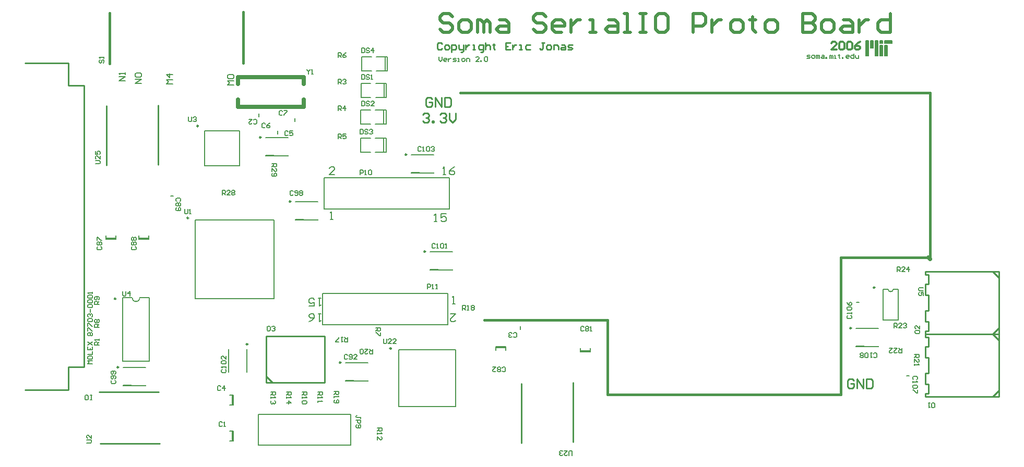
<source format=gto>
%FSLAX24Y24*%
%MOIN*%
G70*
G01*
G75*
G04 Layer_Color=65535*
%ADD10R,0.1732X0.1441*%
%ADD11R,0.0827X0.0354*%
%ADD12R,0.0827X0.0354*%
%ADD13R,0.0394X0.0433*%
%ADD14R,0.0276X0.0354*%
%ADD15R,0.0433X0.0394*%
%ADD16R,0.0807X0.0236*%
%ADD17R,0.0787X0.0866*%
%ADD18R,0.0630X0.0118*%
%ADD19R,0.0118X0.0630*%
%ADD20R,0.0354X0.0276*%
%ADD21R,0.0512X0.0630*%
%ADD22R,0.0866X0.0787*%
%ADD23R,0.0610X0.0197*%
%ADD24R,0.0197X0.0610*%
%ADD25R,0.0551X0.0787*%
%ADD26R,0.0709X0.0630*%
%ADD27R,0.0500X0.1500*%
%ADD28R,0.2900X0.3000*%
%ADD29R,0.0630X0.0709*%
%ADD30R,0.1500X0.0500*%
%ADD31R,0.3000X0.2900*%
%ADD32R,0.1772X0.0591*%
%ADD33R,0.0197X0.0748*%
%ADD34R,0.0748X0.0197*%
%ADD35R,0.0197X0.0610*%
%ADD36R,0.0600X0.0800*%
%ADD37R,0.0669X0.0177*%
%ADD38R,0.0669X0.0177*%
%ADD39C,0.0100*%
%ADD40C,0.0120*%
%ADD41C,0.0200*%
%ADD42C,0.0160*%
%ADD43C,0.0150*%
%ADD44C,0.0250*%
%ADD45C,0.0080*%
%ADD46C,0.0600*%
%ADD47C,0.1732*%
%ADD48C,0.1732*%
%ADD49C,0.0591*%
%ADD50R,0.0591X0.0591*%
%ADD51C,0.0250*%
%ADD52C,0.0400*%
%ADD53C,0.0350*%
%ADD54C,0.0090*%
%ADD55C,0.0098*%
%ADD56C,0.0079*%
%ADD57C,0.0070*%
%ADD58C,0.0050*%
D39*
X17722Y34550D02*
X20472D01*
Y36000D01*
X21472D01*
Y45000D01*
Y54000D01*
X20472D02*
X21472D01*
X20472D02*
Y55450D01*
X17722D02*
X20472D01*
X76200Y34100D02*
X79600D01*
X76200Y38100D02*
X79600D01*
X75200Y34100D02*
Y34300D01*
X75400D01*
Y34900D01*
X75200D02*
X75400D01*
X75200D02*
Y35600D01*
X75400D01*
Y36600D01*
X75200D02*
X75400D01*
X75200D02*
Y37300D01*
X75400D01*
Y37900D01*
X75200D02*
X75400D01*
X75200D02*
Y38100D01*
X76200D01*
X75200Y34100D02*
X76300D01*
X79200D02*
X79900D01*
Y38100D01*
X79600D02*
X79900D01*
X79500Y34100D02*
X79900Y34500D01*
X79500Y38100D02*
X79900Y37700D01*
X76200Y38100D02*
X79600D01*
X76200Y42100D02*
X79600D01*
X75200Y38100D02*
Y38300D01*
X75400D01*
Y38900D01*
X75200D02*
X75400D01*
X75200D02*
Y39600D01*
X75400D01*
Y40600D01*
X75200D02*
X75400D01*
X75200D02*
Y41300D01*
X75400D01*
Y41900D01*
X75200D02*
X75400D01*
X75200D02*
Y42100D01*
X76200D01*
X75200Y38100D02*
X76300D01*
X79200D02*
X79900D01*
Y42100D01*
X79600D02*
X79900D01*
X79500Y38100D02*
X79900Y38500D01*
X79500Y42100D02*
X79900Y41700D01*
X33113Y35009D02*
Y37962D01*
Y35009D02*
X36853D01*
Y37962D01*
X33113D02*
X36853D01*
X33113Y35403D02*
X33506Y35009D01*
X26200Y48950D02*
Y52750D01*
X22900Y48900D02*
Y52700D01*
X49400Y31150D02*
Y34950D01*
X52700Y31200D02*
Y35000D01*
X22450Y34400D02*
X26250D01*
X22500Y31100D02*
X26300D01*
X44350Y56675D02*
X44275Y56750D01*
X44125D01*
X44050Y56675D01*
Y56375D01*
X44125Y56300D01*
X44275D01*
X44350Y56375D01*
X44575Y56300D02*
X44725D01*
X44800Y56375D01*
Y56525D01*
X44725Y56600D01*
X44575D01*
X44500Y56525D01*
Y56375D01*
X44575Y56300D01*
X44950Y56150D02*
Y56600D01*
X45175D01*
X45250Y56525D01*
Y56375D01*
X45175Y56300D01*
X44950D01*
X45400Y56600D02*
Y56375D01*
X45475Y56300D01*
X45699D01*
Y56225D01*
X45624Y56150D01*
X45550D01*
X45699Y56300D02*
Y56600D01*
X45849D02*
Y56300D01*
Y56450D01*
X45924Y56525D01*
X45999Y56600D01*
X46074D01*
X46299Y56300D02*
X46449D01*
X46374D01*
Y56600D01*
X46299D01*
X46824Y56150D02*
X46899D01*
X46974Y56225D01*
Y56600D01*
X46749D01*
X46674Y56525D01*
Y56375D01*
X46749Y56300D01*
X46974D01*
X47124Y56750D02*
Y56300D01*
Y56525D01*
X47199Y56600D01*
X47349D01*
X47424Y56525D01*
Y56300D01*
X47649Y56675D02*
Y56600D01*
X47574D01*
X47724D01*
X47649D01*
Y56375D01*
X47724Y56300D01*
X48699Y56750D02*
X48399D01*
Y56300D01*
X48699D01*
X48399Y56525D02*
X48549D01*
X48848Y56600D02*
Y56300D01*
Y56450D01*
X48923Y56525D01*
X48998Y56600D01*
X49073D01*
X49298Y56300D02*
X49448D01*
X49373D01*
Y56600D01*
X49298D01*
X49973D02*
X49748D01*
X49673Y56525D01*
Y56375D01*
X49748Y56300D01*
X49973D01*
X50873Y56750D02*
X50723D01*
X50798D01*
Y56375D01*
X50723Y56300D01*
X50648D01*
X50573Y56375D01*
X51098Y56300D02*
X51248D01*
X51323Y56375D01*
Y56525D01*
X51248Y56600D01*
X51098D01*
X51023Y56525D01*
Y56375D01*
X51098Y56300D01*
X51473D02*
Y56600D01*
X51698D01*
X51773Y56525D01*
Y56300D01*
X51997Y56600D02*
X52147D01*
X52222Y56525D01*
Y56300D01*
X51997D01*
X51922Y56375D01*
X51997Y56450D01*
X52222D01*
X52372Y56300D02*
X52597D01*
X52672Y56375D01*
X52597Y56450D01*
X52447D01*
X52372Y56525D01*
X52447Y56600D01*
X52672D01*
X43700Y53150D02*
X43600Y53250D01*
X43400D01*
X43300Y53150D01*
Y52750D01*
X43400Y52650D01*
X43600D01*
X43700Y52750D01*
Y52950D01*
X43500D01*
X43900Y52650D02*
Y53250D01*
X44300Y52650D01*
Y53250D01*
X44500D02*
Y52650D01*
X44800D01*
X44899Y52750D01*
Y53150D01*
X44800Y53250D01*
X44500D01*
X43100Y52150D02*
X43200Y52250D01*
X43400D01*
X43500Y52150D01*
Y52050D01*
X43400Y51950D01*
X43300D01*
X43400D01*
X43500Y51850D01*
Y51750D01*
X43400Y51650D01*
X43200D01*
X43100Y51750D01*
X43700Y51650D02*
Y51750D01*
X43800D01*
Y51650D01*
X43700D01*
X44200Y52150D02*
X44300Y52250D01*
X44500D01*
X44600Y52150D01*
Y52050D01*
X44500Y51950D01*
X44400D01*
X44500D01*
X44600Y51850D01*
Y51750D01*
X44500Y51650D01*
X44300D01*
X44200Y51750D01*
X44799Y52250D02*
Y51850D01*
X44999Y51650D01*
X45199Y51850D01*
Y52250D01*
X70650Y35150D02*
X70550Y35250D01*
X70350D01*
X70250Y35150D01*
Y34750D01*
X70350Y34650D01*
X70550D01*
X70650Y34750D01*
Y34950D01*
X70450D01*
X70850Y34650D02*
Y35250D01*
X71250Y34650D01*
Y35250D01*
X71450D02*
Y34650D01*
X71750D01*
X71849Y34750D01*
Y35150D01*
X71750Y35250D01*
X71450D01*
D40*
X69533Y56300D02*
X69200D01*
X69533Y56633D01*
Y56717D01*
X69450Y56800D01*
X69283D01*
X69200Y56717D01*
X69700D02*
X69783Y56800D01*
X69950D01*
X70033Y56717D01*
Y56383D01*
X69950Y56300D01*
X69783D01*
X69700Y56383D01*
Y56717D01*
X70200D02*
X70283Y56800D01*
X70450D01*
X70533Y56717D01*
Y56383D01*
X70450Y56300D01*
X70283D01*
X70200Y56383D01*
Y56717D01*
X71033Y56800D02*
X70866Y56717D01*
X70700Y56550D01*
Y56383D01*
X70783Y56300D01*
X70949D01*
X71033Y56383D01*
Y56467D01*
X70949Y56550D01*
X70700D01*
D41*
X45000Y58400D02*
X44800Y58600D01*
X44400D01*
X44200Y58400D01*
Y58200D01*
X44400Y58000D01*
X44800D01*
X45000Y57800D01*
Y57600D01*
X44800Y57400D01*
X44400D01*
X44200Y57600D01*
X45600Y57400D02*
X45999D01*
X46199Y57600D01*
Y58000D01*
X45999Y58200D01*
X45600D01*
X45400Y58000D01*
Y57600D01*
X45600Y57400D01*
X46599D02*
Y58200D01*
X46799D01*
X46999Y58000D01*
Y57400D01*
Y58000D01*
X47199Y58200D01*
X47399Y58000D01*
Y57400D01*
X47999Y58200D02*
X48399D01*
X48599Y58000D01*
Y57400D01*
X47999D01*
X47799Y57600D01*
X47999Y57800D01*
X48599D01*
X50998Y58400D02*
X50798Y58600D01*
X50398D01*
X50198Y58400D01*
Y58200D01*
X50398Y58000D01*
X50798D01*
X50998Y57800D01*
Y57600D01*
X50798Y57400D01*
X50398D01*
X50198Y57600D01*
X51997Y57400D02*
X51598D01*
X51398Y57600D01*
Y58000D01*
X51598Y58200D01*
X51997D01*
X52197Y58000D01*
Y57800D01*
X51398D01*
X52597Y58200D02*
Y57400D01*
Y57800D01*
X52797Y58000D01*
X52997Y58200D01*
X53197D01*
X53797Y57400D02*
X54197D01*
X53997D01*
Y58200D01*
X53797D01*
X54997D02*
X55396D01*
X55596Y58000D01*
Y57400D01*
X54997D01*
X54797Y57600D01*
X54997Y57800D01*
X55596D01*
X55996Y57400D02*
X56396D01*
X56196D01*
Y58600D01*
X55996D01*
X56996D02*
X57396D01*
X57196D01*
Y57400D01*
X56996D01*
X57396D01*
X58595Y58600D02*
X58195D01*
X57996Y58400D01*
Y57600D01*
X58195Y57400D01*
X58595D01*
X58795Y57600D01*
Y58400D01*
X58595Y58600D01*
X60395Y57400D02*
Y58600D01*
X60995D01*
X61195Y58400D01*
Y58000D01*
X60995Y57800D01*
X60395D01*
X61594Y58200D02*
Y57400D01*
Y57800D01*
X61794Y58000D01*
X61994Y58200D01*
X62194D01*
X62994Y57400D02*
X63394D01*
X63594Y57600D01*
Y58000D01*
X63394Y58200D01*
X62994D01*
X62794Y58000D01*
Y57600D01*
X62994Y57400D01*
X64194Y58400D02*
Y58200D01*
X63994D01*
X64393D01*
X64194D01*
Y57600D01*
X64393Y57400D01*
X65193D02*
X65593D01*
X65793Y57600D01*
Y58000D01*
X65593Y58200D01*
X65193D01*
X64993Y58000D01*
Y57600D01*
X65193Y57400D01*
X67393Y58600D02*
Y57400D01*
X67992D01*
X68192Y57600D01*
Y57800D01*
X67992Y58000D01*
X67393D01*
X67992D01*
X68192Y58200D01*
Y58400D01*
X67992Y58600D01*
X67393D01*
X68792Y57400D02*
X69192D01*
X69392Y57600D01*
Y58000D01*
X69192Y58200D01*
X68792D01*
X68592Y58000D01*
Y57600D01*
X68792Y57400D01*
X69992Y58200D02*
X70392D01*
X70591Y58000D01*
Y57400D01*
X69992D01*
X69792Y57600D01*
X69992Y57800D01*
X70591D01*
X70991Y58200D02*
Y57400D01*
Y57800D01*
X71191Y58000D01*
X71391Y58200D01*
X71591D01*
X72991Y58600D02*
Y57400D01*
X72391D01*
X72191Y57600D01*
Y58000D01*
X72391Y58200D01*
X72991D01*
D43*
X75500Y42900D02*
Y53550D01*
X69800Y43000D02*
X75400D01*
X69800Y34250D02*
Y43000D01*
X54900Y34250D02*
X69800D01*
X54900D02*
Y39000D01*
X47050D02*
X54900D01*
X45500Y53550D02*
X75500D01*
X31650Y55450D02*
Y58700D01*
X23100Y55400D02*
Y58650D01*
D44*
X31300Y52650D02*
Y53100D01*
Y52650D02*
X35500D01*
Y53100D01*
X31300Y54100D02*
Y54550D01*
X33350D01*
X35500Y54100D02*
Y54550D01*
X33350D02*
X35500D01*
X75400Y43000D02*
X75500Y42900D01*
D45*
X36600Y39400D02*
X36433D01*
X36517D01*
Y38900D01*
X36600Y38983D01*
X35850Y38900D02*
X36017Y38983D01*
X36183Y39150D01*
Y39317D01*
X36100Y39400D01*
X35934D01*
X35850Y39317D01*
Y39233D01*
X35934Y39150D01*
X36183D01*
X36600Y40400D02*
X36433D01*
X36517D01*
Y39900D01*
X36600Y39983D01*
X35850Y39900D02*
X36183D01*
Y40150D01*
X36017Y40067D01*
X35934D01*
X35850Y40150D01*
Y40317D01*
X35934Y40400D01*
X36100D01*
X36183Y40317D01*
X45000Y40050D02*
X45167D01*
X45083D01*
Y40550D01*
X45000Y40467D01*
X44867Y39400D02*
X45200D01*
X44867Y39067D01*
Y38983D01*
X44950Y38900D01*
X45117D01*
X45200Y38983D01*
X44400Y48300D02*
X44567D01*
X44483D01*
Y48800D01*
X44400Y48717D01*
X45150Y48800D02*
X44983Y48717D01*
X44817Y48550D01*
Y48383D01*
X44900Y48300D01*
X45066D01*
X45150Y48383D01*
Y48467D01*
X45066Y48550D01*
X44817D01*
X43850Y45300D02*
X44017D01*
X43933D01*
Y45800D01*
X43850Y45717D01*
X44600Y45800D02*
X44267D01*
Y45550D01*
X44433Y45633D01*
X44516D01*
X44600Y45550D01*
Y45383D01*
X44516Y45300D01*
X44350D01*
X44267Y45383D01*
X37200Y45450D02*
X37367D01*
X37283D01*
Y45950D01*
X37200Y45867D01*
X37483Y48300D02*
X37150D01*
X37483Y48633D01*
Y48717D01*
X37400Y48800D01*
X37233D01*
X37150Y48717D01*
X25150Y54150D02*
X24750D01*
X25150Y54417D01*
X24750D01*
X24817Y54550D02*
X24750Y54617D01*
Y54750D01*
X24817Y54816D01*
X25083D01*
X25150Y54750D01*
Y54617D01*
X25083Y54550D01*
X24817D01*
X24100Y54300D02*
X23700D01*
X24100Y54567D01*
X23700D01*
X24100Y54700D02*
Y54833D01*
Y54767D01*
X23700D01*
X23767Y54700D01*
X31050Y54050D02*
X30650D01*
X30783Y54183D01*
X30650Y54317D01*
X31050D01*
X30717Y54450D02*
X30650Y54517D01*
Y54650D01*
X30717Y54716D01*
X30983D01*
X31050Y54650D01*
Y54517D01*
X30983Y54450D01*
X30717D01*
X27150Y54100D02*
X26750D01*
X26883Y54233D01*
X26750Y54367D01*
X27150D01*
Y54700D02*
X26750D01*
X26950Y54500D01*
Y54766D01*
X67650Y55750D02*
X67800D01*
X67850Y55800D01*
X67800Y55850D01*
X67700D01*
X67650Y55900D01*
X67700Y55950D01*
X67850D01*
X68000Y55750D02*
X68100D01*
X68150Y55800D01*
Y55900D01*
X68100Y55950D01*
X68000D01*
X67950Y55900D01*
Y55800D01*
X68000Y55750D01*
X68250D02*
Y55950D01*
X68300D01*
X68350Y55900D01*
Y55750D01*
Y55900D01*
X68400Y55950D01*
X68450Y55900D01*
Y55750D01*
X68600Y55950D02*
X68700D01*
X68750Y55900D01*
Y55750D01*
X68600D01*
X68550Y55800D01*
X68600Y55850D01*
X68750D01*
X68850Y55750D02*
Y55800D01*
X68900D01*
Y55750D01*
X68850D01*
X69100D02*
Y55950D01*
X69150D01*
X69200Y55900D01*
Y55750D01*
Y55900D01*
X69249Y55950D01*
X69299Y55900D01*
Y55750D01*
X69399D02*
X69499D01*
X69449D01*
Y55950D01*
X69399D01*
X69699Y56000D02*
Y55950D01*
X69649D01*
X69749D01*
X69699D01*
Y55800D01*
X69749Y55750D01*
X69899D02*
Y55800D01*
X69949D01*
Y55750D01*
X69899D01*
X70299D02*
X70199D01*
X70149Y55800D01*
Y55900D01*
X70199Y55950D01*
X70299D01*
X70349Y55900D01*
Y55850D01*
X70149D01*
X70649Y56050D02*
Y55750D01*
X70499D01*
X70449Y55800D01*
Y55900D01*
X70499Y55950D01*
X70649D01*
X70749D02*
Y55800D01*
X70799Y55750D01*
X70949D01*
Y55950D01*
D55*
X71996Y41085D02*
G03*
X71996Y41085I-49J0D01*
G01*
X70486Y38491D02*
G03*
X70486Y38491I-49J0D01*
G01*
X28157Y45538D02*
G03*
X28157Y45538I-49J0D01*
G01*
X37886Y36291D02*
G03*
X37886Y36291I-49J0D01*
G01*
X42086Y49591D02*
G03*
X42086Y49591I-49J0D01*
G01*
X34686Y46591D02*
G03*
X34686Y46591I-49J0D01*
G01*
X31940Y37463D02*
G03*
X31940Y37463I-49J0D01*
G01*
X28774Y51417D02*
G03*
X28774Y51417I-49J0D01*
G01*
X32786Y50691D02*
G03*
X32786Y50691I-49J0D01*
G01*
X41107Y37190D02*
G03*
X41107Y37190I-49J0D01*
G01*
X23686Y35991D02*
G03*
X23686Y35991I-49J0D01*
G01*
X43286Y43391D02*
G03*
X43286Y43391I-49J0D01*
G01*
X23511Y40368D02*
G03*
X23511Y40368I-49J0D01*
G01*
D56*
X72836Y40984D02*
G03*
X73164Y40984I164J0D01*
G01*
X24550Y40437D02*
G03*
X25050Y40437I250J0D01*
G01*
X74002Y35451D02*
X74198D01*
X72508Y40984D02*
X72836D01*
X73164D02*
X73492D01*
X72508Y39016D02*
X73492D01*
X72508D02*
Y40984D01*
X73492Y39016D02*
Y40984D01*
X70802Y40151D02*
X70998D01*
X70772Y38471D02*
X71303D01*
X72228D02*
Y38491D01*
X70772Y37329D02*
X71303D01*
X72228Y37309D02*
Y37329D01*
X70772Y38491D02*
X72228D01*
X70772Y37309D02*
X72228D01*
X28580Y40380D02*
X33620D01*
X28580Y45420D02*
X33620D01*
X28580Y40380D02*
Y45420D01*
X33620Y40380D02*
Y45420D01*
X40653Y53247D02*
Y54153D01*
X39165D02*
X39794D01*
X39165Y53247D02*
X39794D01*
X39165D02*
Y54153D01*
X40791Y53247D02*
Y54153D01*
X40109D02*
X40791D01*
X40109Y53247D02*
X40791D01*
X40627Y51547D02*
Y52453D01*
X39139D02*
X39769D01*
X39139Y51547D02*
X39769D01*
X39139D02*
Y52453D01*
X40765Y51547D02*
Y52453D01*
X40083D02*
X40765D01*
X40083Y51547D02*
X40765D01*
X40627Y49747D02*
Y50653D01*
X39139D02*
X39769D01*
X39139Y49747D02*
X39769D01*
X39139D02*
Y50653D01*
X40765Y49747D02*
Y50653D01*
X40083D02*
X40765D01*
X40083Y49747D02*
X40765D01*
X40701Y54947D02*
Y55853D01*
X39213D02*
X39843D01*
X39213Y54947D02*
X39843D01*
X39213D02*
Y55853D01*
X40839Y54947D02*
Y55853D01*
X40157D02*
X40839D01*
X40157Y54947D02*
X40839D01*
X38172Y36271D02*
X38703D01*
X39628D02*
Y36291D01*
X38172Y35129D02*
X38703D01*
X39628Y35109D02*
Y35129D01*
X38172Y36291D02*
X39628D01*
X38172Y35109D02*
X39628D01*
X42372Y49571D02*
X42903D01*
X43828D02*
Y49591D01*
X42372Y48429D02*
X42903D01*
X43828Y48409D02*
Y48429D01*
X42372Y49591D02*
X43828D01*
X42372Y48409D02*
X43828D01*
X34972Y46571D02*
X35503D01*
X36428D02*
Y46591D01*
X34972Y45429D02*
X35503D01*
X36428Y45409D02*
Y45429D01*
X34972Y46591D02*
X36428D01*
X34972Y45409D02*
X36428D01*
X31871Y36597D02*
Y37128D01*
Y35672D02*
X31891D01*
X30729Y36597D02*
Y37128D01*
X30709Y35672D02*
X30729D01*
X31891D02*
Y37128D01*
X30709Y35672D02*
Y37128D01*
X29178Y48878D02*
X31422D01*
X29178Y51122D02*
X31422D01*
X29178Y48878D02*
Y51122D01*
X31422Y48878D02*
Y51122D01*
X27002Y46951D02*
X27198D01*
X33851Y50902D02*
Y51098D01*
X33072Y50671D02*
X33603D01*
X34528D02*
Y50691D01*
X33072Y49529D02*
X33603D01*
X34528Y49509D02*
Y49529D01*
X33072Y50691D02*
X34528D01*
X33072Y49509D02*
X34528D01*
X22885Y44182D02*
Y44418D01*
X23515Y44182D02*
Y44418D01*
X22885Y44182D02*
X23515D01*
X22885Y44257D02*
X23515D01*
X24985Y44182D02*
Y44418D01*
X25615Y44182D02*
Y44418D01*
X24985Y44182D02*
X25615D01*
X24985Y44257D02*
X25615D01*
X49351Y38402D02*
Y38598D01*
X53185Y36982D02*
Y37218D01*
X53815Y36982D02*
Y37218D01*
X53185Y36982D02*
X53815D01*
X53185Y37057D02*
X53815D01*
X48415Y37082D02*
Y37318D01*
X47785Y37082D02*
Y37318D01*
X48415D01*
X47785Y37243D02*
X48415D01*
X30782Y31285D02*
X31018D01*
X30782Y31915D02*
X31018D01*
Y31285D02*
Y31915D01*
X30943Y31285D02*
Y31915D01*
X30782Y33585D02*
X31018D01*
X30782Y34215D02*
X31018D01*
Y33585D02*
Y34215D01*
X30943Y33585D02*
Y34215D01*
X36700Y38700D02*
X44700D01*
X36700Y40700D02*
X44700D01*
Y38700D02*
Y40700D01*
X36700Y38700D02*
Y40700D01*
X36800Y48100D02*
X44800D01*
X36800Y46100D02*
X44800D01*
X36800D02*
Y48100D01*
X44800Y46100D02*
Y48100D01*
X32609Y31009D02*
Y32978D01*
Y31009D02*
X38515D01*
X32609Y32978D02*
X38515D01*
Y31009D02*
Y32978D01*
X32651Y52002D02*
Y52198D01*
X34951Y51702D02*
Y51898D01*
X45211Y33489D02*
Y37111D01*
X41589Y33489D02*
Y37111D01*
X45211D01*
X41589Y33489D02*
X45211D01*
X23972Y35971D02*
X24503D01*
X25428D02*
Y35991D01*
X23972Y34829D02*
X24503D01*
X25428Y34809D02*
Y34829D01*
X23972Y35991D02*
X25428D01*
X23972Y34809D02*
X25428D01*
X43572Y43371D02*
X44103D01*
X45028D02*
Y43391D01*
X43572Y42229D02*
X44103D01*
X45028Y42209D02*
Y42229D01*
X43572Y43391D02*
X45028D01*
X43572Y42209D02*
X45028D01*
X23954Y40437D02*
X24550D01*
X25050D02*
X25646D01*
X23954Y36363D02*
X25646D01*
X23954D02*
Y40437D01*
X25646Y36363D02*
Y40437D01*
D57*
X21987Y33895D02*
X21887D01*
X21937D01*
Y34195D01*
X21987D01*
X21887D01*
X21588Y33895D02*
X21688D01*
X21737Y33945D01*
Y34145D01*
X21688Y34195D01*
X21588D01*
X21538Y34145D01*
Y33945D01*
X21588Y33895D01*
X30300Y32450D02*
X30250Y32500D01*
X30150D01*
X30100Y32450D01*
Y32250D01*
X30150Y32200D01*
X30250D01*
X30300Y32250D01*
X30400Y32200D02*
X30500D01*
X30450D01*
Y32500D01*
X30400Y32450D01*
X48900Y37950D02*
X48950Y37900D01*
X49050D01*
X49100Y37950D01*
Y38150D01*
X49050Y38200D01*
X48950D01*
X48900Y38150D01*
X48800Y37950D02*
X48750Y37900D01*
X48650D01*
X48600Y37950D01*
Y38000D01*
X48650Y38050D01*
X48700D01*
X48650D01*
X48600Y38100D01*
Y38150D01*
X48650Y38200D01*
X48750D01*
X48800Y38150D01*
X30200Y34750D02*
X30150Y34800D01*
X30050D01*
X30000Y34750D01*
Y34550D01*
X30050Y34500D01*
X30150D01*
X30200Y34550D01*
X30450Y34500D02*
Y34800D01*
X30300Y34650D01*
X30500D01*
X34500Y51050D02*
X34450Y51100D01*
X34350D01*
X34300Y51050D01*
Y50850D01*
X34350Y50800D01*
X34450D01*
X34500Y50850D01*
X34800Y51100D02*
X34600D01*
Y50950D01*
X34700Y51000D01*
X34750D01*
X34800Y50950D01*
Y50850D01*
X34750Y50800D01*
X34650D01*
X34600Y50850D01*
X33050Y51550D02*
X33000Y51600D01*
X32900D01*
X32850Y51550D01*
Y51350D01*
X32900Y51300D01*
X33000D01*
X33050Y51350D01*
X33350Y51600D02*
X33250Y51550D01*
X33150Y51450D01*
Y51350D01*
X33200Y51300D01*
X33300D01*
X33350Y51350D01*
Y51400D01*
X33300Y51450D01*
X33150D01*
X53405Y38555D02*
X53355Y38605D01*
X53255D01*
X53205Y38555D01*
Y38355D01*
X53255Y38305D01*
X53355D01*
X53405Y38355D01*
X53505Y38555D02*
X53555Y38605D01*
X53655D01*
X53705Y38555D01*
Y38505D01*
X53655Y38455D01*
X53705Y38405D01*
Y38355D01*
X53655Y38305D01*
X53555D01*
X53505Y38355D01*
Y38405D01*
X53555Y38455D01*
X53505Y38505D01*
Y38555D01*
X53555Y38455D02*
X53655D01*
X53805Y38305D02*
X53905D01*
X53855D01*
Y38605D01*
X53805Y38555D01*
X48195Y35745D02*
X48245Y35695D01*
X48345D01*
X48395Y35745D01*
Y35945D01*
X48345Y35995D01*
X48245D01*
X48195Y35945D01*
X48095Y35745D02*
X48045Y35695D01*
X47945D01*
X47895Y35745D01*
Y35795D01*
X47945Y35845D01*
X47895Y35895D01*
Y35945D01*
X47945Y35995D01*
X48045D01*
X48095Y35945D01*
Y35895D01*
X48045Y35845D01*
X48095Y35795D01*
Y35745D01*
X48045Y35845D02*
X47945D01*
X47595Y35995D02*
X47795D01*
X47595Y35795D01*
Y35745D01*
X47645Y35695D01*
X47745D01*
X47795Y35745D01*
X22350Y43700D02*
X22300Y43650D01*
Y43550D01*
X22350Y43500D01*
X22550D01*
X22600Y43550D01*
Y43650D01*
X22550Y43700D01*
X22350Y43800D02*
X22300Y43850D01*
Y43950D01*
X22350Y44000D01*
X22400D01*
X22450Y43950D01*
X22500Y44000D01*
X22550D01*
X22600Y43950D01*
Y43850D01*
X22550Y43800D01*
X22500D01*
X22450Y43850D01*
X22400Y43800D01*
X22350D01*
X22450Y43850D02*
Y43950D01*
X22300Y44100D02*
Y44300D01*
X22350D01*
X22550Y44100D01*
X22600D01*
X24550Y43700D02*
X24500Y43650D01*
Y43550D01*
X24550Y43500D01*
X24750D01*
X24800Y43550D01*
Y43650D01*
X24750Y43700D01*
X24550Y43800D02*
X24500Y43850D01*
Y43950D01*
X24550Y44000D01*
X24600D01*
X24650Y43950D01*
X24700Y44000D01*
X24750D01*
X24800Y43950D01*
Y43850D01*
X24750Y43800D01*
X24700D01*
X24650Y43850D01*
X24600Y43800D01*
X24550D01*
X24650Y43850D02*
Y43950D01*
X24550Y44100D02*
X24500Y44150D01*
Y44250D01*
X24550Y44300D01*
X24600D01*
X24650Y44250D01*
X24700Y44300D01*
X24750D01*
X24800Y44250D01*
Y44150D01*
X24750Y44100D01*
X24700D01*
X24650Y44150D01*
X24600Y44100D01*
X24550D01*
X24650Y44150D02*
Y44250D01*
X27600Y46600D02*
X27650Y46650D01*
Y46750D01*
X27600Y46800D01*
X27400D01*
X27350Y46750D01*
Y46650D01*
X27400Y46600D01*
X27600Y46500D02*
X27650Y46450D01*
Y46350D01*
X27600Y46300D01*
X27550D01*
X27500Y46350D01*
X27450Y46300D01*
X27400D01*
X27350Y46350D01*
Y46450D01*
X27400Y46500D01*
X27450D01*
X27500Y46450D01*
X27550Y46500D01*
X27600D01*
X27500Y46450D02*
Y46350D01*
X27400Y46200D02*
X27350Y46150D01*
Y46050D01*
X27400Y46000D01*
X27600D01*
X27650Y46050D01*
Y46150D01*
X27600Y46200D01*
X27550D01*
X27500Y46150D01*
Y46000D01*
X38300Y36750D02*
X38250Y36800D01*
X38150D01*
X38100Y36750D01*
Y36550D01*
X38150Y36500D01*
X38250D01*
X38300Y36550D01*
X38400D02*
X38450Y36500D01*
X38550D01*
X38600Y36550D01*
Y36750D01*
X38550Y36800D01*
X38450D01*
X38400Y36750D01*
Y36700D01*
X38450Y36650D01*
X38600D01*
X38900Y36500D02*
X38700D01*
X38900Y36700D01*
Y36750D01*
X38850Y36800D01*
X38750D01*
X38700Y36750D01*
X34835Y47235D02*
X34785Y47285D01*
X34685D01*
X34635Y47235D01*
Y47035D01*
X34685Y46985D01*
X34785D01*
X34835Y47035D01*
X34935D02*
X34985Y46985D01*
X35085D01*
X35135Y47035D01*
Y47235D01*
X35085Y47285D01*
X34985D01*
X34935Y47235D01*
Y47185D01*
X34985Y47135D01*
X35135D01*
X35235Y47235D02*
X35285Y47285D01*
X35385D01*
X35435Y47235D01*
Y47185D01*
X35385Y47135D01*
X35435Y47085D01*
Y47035D01*
X35385Y46985D01*
X35285D01*
X35235Y47035D01*
Y47085D01*
X35285Y47135D01*
X35235Y47185D01*
Y47235D01*
X35285Y47135D02*
X35385D01*
X30300Y35850D02*
X30250Y35800D01*
Y35700D01*
X30300Y35650D01*
X30500D01*
X30550Y35700D01*
Y35800D01*
X30500Y35850D01*
X30550Y35950D02*
Y36050D01*
Y36000D01*
X30250D01*
X30300Y35950D01*
Y36200D02*
X30250Y36250D01*
Y36350D01*
X30300Y36400D01*
X30500D01*
X30550Y36350D01*
Y36250D01*
X30500Y36200D01*
X30300D01*
X30550Y36700D02*
Y36500D01*
X30350Y36700D01*
X30300D01*
X30250Y36650D01*
Y36550D01*
X30300Y36500D01*
X43000Y50050D02*
X42950Y50100D01*
X42850D01*
X42800Y50050D01*
Y49850D01*
X42850Y49800D01*
X42950D01*
X43000Y49850D01*
X43100Y49800D02*
X43200D01*
X43150D01*
Y50100D01*
X43100Y50050D01*
X43350D02*
X43400Y50100D01*
X43500D01*
X43550Y50050D01*
Y49850D01*
X43500Y49800D01*
X43400D01*
X43350Y49850D01*
Y50050D01*
X43650D02*
X43700Y50100D01*
X43800D01*
X43850Y50050D01*
Y50000D01*
X43800Y49950D01*
X43750D01*
X43800D01*
X43850Y49900D01*
Y49850D01*
X43800Y49800D01*
X43700D01*
X43650Y49850D01*
X70250Y39300D02*
X70200Y39250D01*
Y39150D01*
X70250Y39100D01*
X70450D01*
X70500Y39150D01*
Y39250D01*
X70450Y39300D01*
X70500Y39400D02*
Y39500D01*
Y39450D01*
X70200D01*
X70250Y39400D01*
Y39650D02*
X70200Y39700D01*
Y39800D01*
X70250Y39850D01*
X70450D01*
X70500Y39800D01*
Y39700D01*
X70450Y39650D01*
X70250D01*
X70200Y40150D02*
X70250Y40050D01*
X70350Y39950D01*
X70450D01*
X70500Y40000D01*
Y40100D01*
X70450Y40150D01*
X70400D01*
X70350Y40100D01*
Y39950D01*
X74650Y35200D02*
X74700Y35250D01*
Y35350D01*
X74650Y35400D01*
X74450D01*
X74400Y35350D01*
Y35250D01*
X74450Y35200D01*
X74400Y35100D02*
Y35000D01*
Y35050D01*
X74700D01*
X74650Y35100D01*
Y34850D02*
X74700Y34800D01*
Y34700D01*
X74650Y34650D01*
X74450D01*
X74400Y34700D01*
Y34800D01*
X74450Y34850D01*
X74650D01*
X74700Y34550D02*
Y34350D01*
X74650D01*
X74450Y34550D01*
X74400D01*
X71900Y36650D02*
X71950Y36600D01*
X72050D01*
X72100Y36650D01*
Y36850D01*
X72050Y36900D01*
X71950D01*
X71900Y36850D01*
X71800Y36900D02*
X71700D01*
X71750D01*
Y36600D01*
X71800Y36650D01*
X71550D02*
X71500Y36600D01*
X71400D01*
X71350Y36650D01*
Y36850D01*
X71400Y36900D01*
X71500D01*
X71550Y36850D01*
Y36650D01*
X71250D02*
X71200Y36600D01*
X71100D01*
X71050Y36650D01*
Y36700D01*
X71100Y36750D01*
X71050Y36800D01*
Y36850D01*
X71100Y36900D01*
X71200D01*
X71250Y36850D01*
Y36800D01*
X71200Y36750D01*
X71250Y36700D01*
Y36650D01*
X71200Y36750D02*
X71100D01*
X39200Y54700D02*
Y54400D01*
X39350D01*
X39400Y54450D01*
Y54650D01*
X39350Y54700D01*
X39200D01*
X39700Y54650D02*
X39650Y54700D01*
X39550D01*
X39500Y54650D01*
Y54600D01*
X39550Y54550D01*
X39650D01*
X39700Y54500D01*
Y54450D01*
X39650Y54400D01*
X39550D01*
X39500Y54450D01*
X39800Y54400D02*
X39900D01*
X39850D01*
Y54700D01*
X39800Y54650D01*
X39200Y53000D02*
Y52700D01*
X39350D01*
X39400Y52750D01*
Y52950D01*
X39350Y53000D01*
X39200D01*
X39700Y52950D02*
X39650Y53000D01*
X39550D01*
X39500Y52950D01*
Y52900D01*
X39550Y52850D01*
X39650D01*
X39700Y52800D01*
Y52750D01*
X39650Y52700D01*
X39550D01*
X39500Y52750D01*
X40000Y52700D02*
X39800D01*
X40000Y52900D01*
Y52950D01*
X39950Y53000D01*
X39850D01*
X39800Y52950D01*
X39100Y51200D02*
Y50900D01*
X39250D01*
X39300Y50950D01*
Y51150D01*
X39250Y51200D01*
X39100D01*
X39600Y51150D02*
X39550Y51200D01*
X39450D01*
X39400Y51150D01*
Y51100D01*
X39450Y51050D01*
X39550D01*
X39600Y51000D01*
Y50950D01*
X39550Y50900D01*
X39450D01*
X39400Y50950D01*
X39700Y51150D02*
X39750Y51200D01*
X39850D01*
X39900Y51150D01*
Y51100D01*
X39850Y51050D01*
X39800D01*
X39850D01*
X39900Y51000D01*
Y50950D01*
X39850Y50900D01*
X39750D01*
X39700Y50950D01*
X39200Y56400D02*
Y56100D01*
X39350D01*
X39400Y56150D01*
Y56350D01*
X39350Y56400D01*
X39200D01*
X39700Y56350D02*
X39650Y56400D01*
X39550D01*
X39500Y56350D01*
Y56300D01*
X39550Y56250D01*
X39650D01*
X39700Y56200D01*
Y56150D01*
X39650Y56100D01*
X39550D01*
X39500Y56150D01*
X39950Y56100D02*
Y56400D01*
X39800Y56250D01*
X40000D01*
X39155Y32715D02*
Y32815D01*
Y32765D01*
X38905D01*
X38855Y32815D01*
Y32865D01*
X38905Y32915D01*
X38855Y32615D02*
X39155D01*
Y32465D01*
X39105Y32415D01*
X39005D01*
X38955Y32465D01*
Y32615D01*
X38905Y32315D02*
X38855Y32265D01*
Y32165D01*
X38905Y32115D01*
X39105D01*
X39155Y32165D01*
Y32265D01*
X39105Y32315D01*
X39055D01*
X39005Y32265D01*
Y32115D01*
X75650Y33400D02*
X75750D01*
X75800Y33450D01*
Y33650D01*
X75750Y33700D01*
X75650D01*
X75600Y33650D01*
Y33450D01*
X75650Y33400D01*
X75500Y33700D02*
X75400D01*
X75450D01*
Y33400D01*
X75500Y33450D01*
X74555Y38295D02*
Y38195D01*
X74605Y38145D01*
X74805D01*
X74855Y38195D01*
Y38295D01*
X74805Y38345D01*
X74605D01*
X74555Y38295D01*
X74855Y38645D02*
Y38445D01*
X74655Y38645D01*
X74605D01*
X74555Y38595D01*
Y38495D01*
X74605Y38445D01*
X33315Y38615D02*
X33215D01*
X33165Y38565D01*
Y38365D01*
X33215Y38315D01*
X33315D01*
X33365Y38365D01*
Y38565D01*
X33315Y38615D01*
X33465Y38565D02*
X33515Y38615D01*
X33615D01*
X33665Y38565D01*
Y38515D01*
X33615Y38465D01*
X33565D01*
X33615D01*
X33665Y38415D01*
Y38365D01*
X33615Y38315D01*
X33515D01*
X33465Y38365D01*
X37700Y54100D02*
Y54400D01*
X37850D01*
X37900Y54350D01*
Y54250D01*
X37850Y54200D01*
X37700D01*
X37800D02*
X37900Y54100D01*
X38000Y54350D02*
X38050Y54400D01*
X38150D01*
X38200Y54350D01*
Y54300D01*
X38150Y54250D01*
X38100D01*
X38150D01*
X38200Y54200D01*
Y54150D01*
X38150Y54100D01*
X38050D01*
X38000Y54150D01*
X37700Y52400D02*
Y52700D01*
X37850D01*
X37900Y52650D01*
Y52550D01*
X37850Y52500D01*
X37700D01*
X37800D02*
X37900Y52400D01*
X38150D02*
Y52700D01*
X38000Y52550D01*
X38200D01*
X37700Y50600D02*
Y50900D01*
X37850D01*
X37900Y50850D01*
Y50750D01*
X37850Y50700D01*
X37700D01*
X37800D02*
X37900Y50600D01*
X38200Y50900D02*
X38000D01*
Y50750D01*
X38100Y50800D01*
X38150D01*
X38200Y50750D01*
Y50650D01*
X38150Y50600D01*
X38050D01*
X38000Y50650D01*
X37700Y55800D02*
Y56100D01*
X37850D01*
X37900Y56050D01*
Y55950D01*
X37850Y55900D01*
X37700D01*
X37800D02*
X37900Y55800D01*
X38200Y56100D02*
X38100Y56050D01*
X38000Y55950D01*
Y55850D01*
X38050Y55800D01*
X38150D01*
X38200Y55850D01*
Y55900D01*
X38150Y55950D01*
X38000D01*
X40100Y38500D02*
X40400D01*
Y38350D01*
X40350Y38300D01*
X40250D01*
X40200Y38350D01*
Y38500D01*
Y38400D02*
X40100Y38300D01*
X40400Y38200D02*
Y38000D01*
X40350D01*
X40150Y38200D01*
X40100D01*
X22450Y38550D02*
X22150D01*
Y38700D01*
X22200Y38750D01*
X22300D01*
X22350Y38700D01*
Y38550D01*
Y38650D02*
X22450Y38750D01*
X22200Y38850D02*
X22150Y38900D01*
Y39000D01*
X22200Y39050D01*
X22250D01*
X22300Y39000D01*
X22350Y39050D01*
X22400D01*
X22450Y39000D01*
Y38900D01*
X22400Y38850D01*
X22350D01*
X22300Y38900D01*
X22250Y38850D01*
X22200D01*
X22300Y38900D02*
Y39000D01*
X35400Y34400D02*
X35700D01*
Y34250D01*
X35650Y34200D01*
X35550D01*
X35500Y34250D01*
Y34400D01*
Y34300D02*
X35400Y34200D01*
Y34100D02*
Y34000D01*
Y34050D01*
X35700D01*
X35650Y34100D01*
Y33850D02*
X35700Y33800D01*
Y33700D01*
X35650Y33650D01*
X35450D01*
X35400Y33700D01*
Y33800D01*
X35450Y33850D01*
X35650D01*
X36400Y34400D02*
X36700D01*
Y34250D01*
X36650Y34200D01*
X36550D01*
X36500Y34250D01*
Y34400D01*
Y34300D02*
X36400Y34200D01*
Y34100D02*
Y34000D01*
Y34050D01*
X36700D01*
X36650Y34100D01*
X36400Y33850D02*
Y33750D01*
Y33800D01*
X36700D01*
X36650Y33850D01*
X40200Y32100D02*
X40500D01*
Y31950D01*
X40450Y31900D01*
X40350D01*
X40300Y31950D01*
Y32100D01*
Y32000D02*
X40200Y31900D01*
Y31800D02*
Y31700D01*
Y31750D01*
X40500D01*
X40450Y31800D01*
X40200Y31350D02*
Y31550D01*
X40400Y31350D01*
X40450D01*
X40500Y31400D01*
Y31500D01*
X40450Y31550D01*
X33400Y34400D02*
X33700D01*
Y34250D01*
X33650Y34200D01*
X33550D01*
X33500Y34250D01*
Y34400D01*
Y34300D02*
X33400Y34200D01*
Y34100D02*
Y34000D01*
Y34050D01*
X33700D01*
X33650Y34100D01*
Y33850D02*
X33700Y33800D01*
Y33700D01*
X33650Y33650D01*
X33600D01*
X33550Y33700D01*
Y33750D01*
Y33700D01*
X33500Y33650D01*
X33450D01*
X33400Y33700D01*
Y33800D01*
X33450Y33850D01*
X34400Y34400D02*
X34700D01*
Y34250D01*
X34650Y34200D01*
X34550D01*
X34500Y34250D01*
Y34400D01*
Y34300D02*
X34400Y34200D01*
Y34100D02*
Y34000D01*
Y34050D01*
X34700D01*
X34650Y34100D01*
X34400Y33700D02*
X34700D01*
X34550Y33850D01*
Y33650D01*
X38300Y37900D02*
Y37600D01*
X38150D01*
X38100Y37650D01*
Y37750D01*
X38150Y37800D01*
X38300D01*
X38200D02*
X38100Y37900D01*
X38000D02*
X37900D01*
X37950D01*
Y37600D01*
X38000Y37650D01*
X37750Y37600D02*
X37550D01*
Y37650D01*
X37750Y37850D01*
Y37900D01*
X45650Y39650D02*
Y39950D01*
X45800D01*
X45850Y39900D01*
Y39800D01*
X45800Y39750D01*
X45650D01*
X45750D02*
X45850Y39650D01*
X45950D02*
X46050D01*
X46000D01*
Y39950D01*
X45950Y39900D01*
X46200D02*
X46250Y39950D01*
X46350D01*
X46400Y39900D01*
Y39850D01*
X46350Y39800D01*
X46400Y39750D01*
Y39700D01*
X46350Y39650D01*
X46250D01*
X46200Y39700D01*
Y39750D01*
X46250Y39800D01*
X46200Y39850D01*
Y39900D01*
X46250Y39800D02*
X46350D01*
X37450Y34450D02*
X37750D01*
Y34300D01*
X37700Y34250D01*
X37600D01*
X37550Y34300D01*
Y34450D01*
Y34350D02*
X37450Y34250D01*
Y34150D02*
Y34050D01*
Y34100D01*
X37750D01*
X37700Y34150D01*
X37500Y33900D02*
X37450Y33850D01*
Y33750D01*
X37500Y33700D01*
X37700D01*
X37750Y33750D01*
Y33850D01*
X37700Y33900D01*
X37650D01*
X37600Y33850D01*
Y33700D01*
X39900Y37150D02*
Y36850D01*
X39750D01*
X39700Y36900D01*
Y37000D01*
X39750Y37050D01*
X39900D01*
X39800D02*
X39700Y37150D01*
X39400D02*
X39600D01*
X39400Y36950D01*
Y36900D01*
X39450Y36850D01*
X39550D01*
X39600Y36900D01*
X39300D02*
X39250Y36850D01*
X39150D01*
X39100Y36900D01*
Y37100D01*
X39150Y37150D01*
X39250D01*
X39300Y37100D01*
Y36900D01*
X74500Y36800D02*
X74800D01*
Y36650D01*
X74750Y36600D01*
X74650D01*
X74600Y36650D01*
Y36800D01*
Y36700D02*
X74500Y36600D01*
Y36300D02*
Y36500D01*
X74700Y36300D01*
X74750D01*
X74800Y36350D01*
Y36450D01*
X74750Y36500D01*
X74500Y36200D02*
Y36100D01*
Y36150D01*
X74800D01*
X74750Y36200D01*
X73700Y37200D02*
Y36900D01*
X73550D01*
X73500Y36950D01*
Y37050D01*
X73550Y37100D01*
X73700D01*
X73600D02*
X73500Y37200D01*
X73200D02*
X73400D01*
X73200Y37000D01*
Y36950D01*
X73250Y36900D01*
X73350D01*
X73400Y36950D01*
X72900Y37200D02*
X73100D01*
X72900Y37000D01*
Y36950D01*
X72950Y36900D01*
X73050D01*
X73100Y36950D01*
X73200Y38500D02*
Y38800D01*
X73350D01*
X73400Y38750D01*
Y38650D01*
X73350Y38600D01*
X73200D01*
X73300D02*
X73400Y38500D01*
X73700D02*
X73500D01*
X73700Y38700D01*
Y38750D01*
X73650Y38800D01*
X73550D01*
X73500Y38750D01*
X73800D02*
X73850Y38800D01*
X73950D01*
X74000Y38750D01*
Y38700D01*
X73950Y38650D01*
X73900D01*
X73950D01*
X74000Y38600D01*
Y38550D01*
X73950Y38500D01*
X73850D01*
X73800Y38550D01*
X73400Y42100D02*
Y42400D01*
X73550D01*
X73600Y42350D01*
Y42250D01*
X73550Y42200D01*
X73400D01*
X73500D02*
X73600Y42100D01*
X73900D02*
X73700D01*
X73900Y42300D01*
Y42350D01*
X73850Y42400D01*
X73750D01*
X73700Y42350D01*
X74150Y42100D02*
Y42400D01*
X74000Y42250D01*
X74200D01*
X30300Y47000D02*
Y47300D01*
X30450D01*
X30500Y47250D01*
Y47150D01*
X30450Y47100D01*
X30300D01*
X30400D02*
X30500Y47000D01*
X30800D02*
X30600D01*
X30800Y47200D01*
Y47250D01*
X30750Y47300D01*
X30650D01*
X30600Y47250D01*
X30900D02*
X30950Y47300D01*
X31050D01*
X31100Y47250D01*
Y47200D01*
X31050Y47150D01*
X31100Y47100D01*
Y47050D01*
X31050Y47000D01*
X30950D01*
X30900Y47050D01*
Y47100D01*
X30950Y47150D01*
X30900Y47200D01*
Y47250D01*
X30950Y47150D02*
X31050D01*
X33467Y49000D02*
X33767D01*
Y48850D01*
X33717Y48800D01*
X33617D01*
X33567Y48850D01*
Y49000D01*
Y48900D02*
X33467Y48800D01*
Y48500D02*
Y48700D01*
X33667Y48500D01*
X33717D01*
X33767Y48550D01*
Y48650D01*
X33717Y48700D01*
X33517Y48400D02*
X33467Y48350D01*
Y48250D01*
X33517Y48200D01*
X33717D01*
X33767Y48250D01*
Y48350D01*
X33717Y48400D01*
X33667D01*
X33617Y48350D01*
Y48200D01*
X27900Y46100D02*
Y45850D01*
X27950Y45800D01*
X28050D01*
X28100Y45850D01*
Y46100D01*
X28200Y45800D02*
X28300D01*
X28250D01*
Y46100D01*
X28200Y46050D01*
X21655Y31145D02*
X21905D01*
X21955Y31195D01*
Y31295D01*
X21905Y31345D01*
X21655D01*
X21955Y31645D02*
Y31445D01*
X21755Y31645D01*
X21705D01*
X21655Y31595D01*
Y31495D01*
X21705Y31445D01*
X28150Y52000D02*
Y51750D01*
X28200Y51700D01*
X28300D01*
X28350Y51750D01*
Y52000D01*
X28450Y51950D02*
X28500Y52000D01*
X28600D01*
X28650Y51950D01*
Y51900D01*
X28600Y51850D01*
X28550D01*
X28600D01*
X28650Y51800D01*
Y51750D01*
X28600Y51700D01*
X28500D01*
X28450Y51750D01*
X75095Y41085D02*
X74845D01*
X74795Y41035D01*
Y40935D01*
X74845Y40885D01*
X75095D01*
Y40585D02*
Y40785D01*
X74945D01*
X74995Y40685D01*
Y40635D01*
X74945Y40585D01*
X74845D01*
X74795Y40635D01*
Y40735D01*
X74845Y40785D01*
X40600Y37800D02*
Y37550D01*
X40650Y37500D01*
X40750D01*
X40800Y37550D01*
Y37800D01*
X41100Y37500D02*
X40900D01*
X41100Y37700D01*
Y37750D01*
X41050Y37800D01*
X40950D01*
X40900Y37750D01*
X41400Y37500D02*
X41200D01*
X41400Y37700D01*
Y37750D01*
X41350Y37800D01*
X41250D01*
X41200Y37750D01*
X52655Y30355D02*
Y30605D01*
X52605Y30655D01*
X52505D01*
X52455Y30605D01*
Y30355D01*
X52155Y30655D02*
X52355D01*
X52155Y30455D01*
Y30405D01*
X52205Y30355D01*
X52305D01*
X52355Y30405D01*
X52055D02*
X52005Y30355D01*
X51905D01*
X51855Y30405D01*
Y30455D01*
X51905Y30505D01*
X51955D01*
X51905D01*
X51855Y30555D01*
Y30605D01*
X51905Y30655D01*
X52005D01*
X52055Y30605D01*
X22200Y49000D02*
X22450D01*
X22500Y49050D01*
Y49150D01*
X22450Y49200D01*
X22200D01*
X22500Y49500D02*
Y49300D01*
X22300Y49500D01*
X22250D01*
X22200Y49450D01*
Y49350D01*
X22250Y49300D01*
X22200Y49800D02*
Y49600D01*
X22350D01*
X22300Y49700D01*
Y49750D01*
X22350Y49800D01*
X22450D01*
X22500Y49750D01*
Y49650D01*
X22450Y49600D01*
X35700Y55050D02*
Y55000D01*
X35800Y54900D01*
X35900Y55000D01*
Y55050D01*
X35800Y54900D02*
Y54750D01*
X36000D02*
X36100D01*
X36050D01*
Y55050D01*
X36000Y55000D01*
X39100Y48300D02*
Y48600D01*
X39250D01*
X39300Y48550D01*
Y48450D01*
X39250Y48400D01*
X39100D01*
X39400Y48300D02*
X39500D01*
X39450D01*
Y48600D01*
X39400Y48550D01*
X39650D02*
X39700Y48600D01*
X39800D01*
X39850Y48550D01*
Y48350D01*
X39800Y48300D01*
X39700D01*
X39650Y48350D01*
Y48550D01*
X43400Y41000D02*
Y41300D01*
X43550D01*
X43600Y41250D01*
Y41150D01*
X43550Y41100D01*
X43400D01*
X43700Y41000D02*
X43800D01*
X43750D01*
Y41300D01*
X43700Y41250D01*
X43950Y41000D02*
X44050D01*
X44000D01*
Y41300D01*
X43950Y41250D01*
X32300Y51600D02*
X32350Y51550D01*
X32450D01*
X32500Y51600D01*
Y51800D01*
X32450Y51850D01*
X32350D01*
X32300Y51800D01*
X32000Y51850D02*
X32200D01*
X32000Y51650D01*
Y51600D01*
X32050Y51550D01*
X32150D01*
X32200Y51600D01*
X34150Y52350D02*
X34100Y52400D01*
X34000D01*
X33950Y52350D01*
Y52150D01*
X34000Y52100D01*
X34100D01*
X34150Y52150D01*
X34250Y52400D02*
X34450D01*
Y52350D01*
X34250Y52150D01*
Y52100D01*
X23250Y35150D02*
X23200Y35100D01*
Y35000D01*
X23250Y34950D01*
X23450D01*
X23500Y35000D01*
Y35100D01*
X23450Y35150D01*
Y35250D02*
X23500Y35300D01*
Y35400D01*
X23450Y35450D01*
X23250D01*
X23200Y35400D01*
Y35300D01*
X23250Y35250D01*
X23300D01*
X23350Y35300D01*
Y35450D01*
X23450Y35550D02*
X23500Y35600D01*
Y35700D01*
X23450Y35750D01*
X23250D01*
X23200Y35700D01*
Y35600D01*
X23250Y35550D01*
X23300D01*
X23350Y35600D01*
Y35750D01*
X43900Y43850D02*
X43850Y43900D01*
X43750D01*
X43700Y43850D01*
Y43650D01*
X43750Y43600D01*
X43850D01*
X43900Y43650D01*
X44000Y43600D02*
X44100D01*
X44050D01*
Y43900D01*
X44000Y43850D01*
X44250D02*
X44300Y43900D01*
X44400D01*
X44450Y43850D01*
Y43650D01*
X44400Y43600D01*
X44300D01*
X44250Y43650D01*
Y43850D01*
X44550Y43600D02*
X44650D01*
X44600D01*
Y43900D01*
X44550Y43850D01*
X22500Y55650D02*
X22450Y55600D01*
Y55500D01*
X22500Y55450D01*
X22550D01*
X22600Y55500D01*
Y55600D01*
X22650Y55650D01*
X22700D01*
X22750Y55600D01*
Y55500D01*
X22700Y55450D01*
X22750Y55750D02*
Y55850D01*
Y55800D01*
X22450D01*
X22500Y55750D01*
X23950Y40850D02*
Y40600D01*
X24000Y40550D01*
X24100D01*
X24150Y40600D01*
Y40850D01*
X24400Y40550D02*
Y40850D01*
X24250Y40700D01*
X24450D01*
X22450Y37400D02*
X22150D01*
Y37550D01*
X22200Y37600D01*
X22300D01*
X22350Y37550D01*
Y37400D01*
Y37500D02*
X22450Y37600D01*
Y37700D02*
Y37800D01*
Y37750D01*
X22150D01*
X22200Y37700D01*
X22450Y40000D02*
X22150D01*
Y40150D01*
X22200Y40200D01*
X22300D01*
X22350Y40150D01*
Y40000D01*
Y40100D02*
X22450Y40200D01*
X22400Y40300D02*
X22450Y40350D01*
Y40450D01*
X22400Y40500D01*
X22200D01*
X22150Y40450D01*
Y40350D01*
X22200Y40300D01*
X22250D01*
X22300Y40350D01*
Y40500D01*
X22022Y36200D02*
X21723D01*
X21822Y36300D01*
X21723Y36400D01*
X22022D01*
X21723Y36650D02*
Y36550D01*
X21772Y36500D01*
X21972D01*
X22022Y36550D01*
Y36650D01*
X21972Y36700D01*
X21772D01*
X21723Y36650D01*
Y36800D02*
X22022D01*
Y37000D01*
X21723Y37300D02*
Y37100D01*
X22022D01*
Y37300D01*
X21872Y37100D02*
Y37200D01*
X21723Y37400D02*
X22022Y37600D01*
X21723D02*
X22022Y37400D01*
X21772Y37999D02*
X21723Y38049D01*
Y38149D01*
X21772Y38199D01*
X21822D01*
X21872Y38149D01*
X21922Y38199D01*
X21972D01*
X22022Y38149D01*
Y38049D01*
X21972Y37999D01*
X21922D01*
X21872Y38049D01*
X21822Y37999D01*
X21772D01*
X21872Y38049D02*
Y38149D01*
X21723Y38299D02*
Y38499D01*
X21772D01*
X21972Y38299D01*
X22022D01*
X21723Y38599D02*
Y38799D01*
X21772D01*
X21972Y38599D01*
X22022D01*
X21772Y38899D02*
X21723Y38949D01*
Y39049D01*
X21772Y39099D01*
X21972D01*
X22022Y39049D01*
Y38949D01*
X21972Y38899D01*
X21772D01*
Y39199D02*
X21723Y39249D01*
Y39349D01*
X21772Y39399D01*
X21822D01*
X21872Y39349D01*
Y39299D01*
Y39349D01*
X21922Y39399D01*
X21972D01*
X22022Y39349D01*
Y39249D01*
X21972Y39199D01*
X21872Y39499D02*
Y39699D01*
X21772Y39799D02*
X21723Y39849D01*
Y39949D01*
X21772Y39999D01*
X21972D01*
X22022Y39949D01*
Y39849D01*
X21972Y39799D01*
X21772D01*
Y40099D02*
X21723Y40149D01*
Y40249D01*
X21772Y40299D01*
X21972D01*
X22022Y40249D01*
Y40149D01*
X21972Y40099D01*
X21772D01*
Y40399D02*
X21723Y40449D01*
Y40549D01*
X21772Y40599D01*
X21972D01*
X22022Y40549D01*
Y40449D01*
X21972Y40399D01*
X21772D01*
X22022Y40699D02*
Y40799D01*
Y40749D01*
X21723D01*
X21772Y40699D01*
X44150Y55850D02*
Y55650D01*
X44250Y55550D01*
X44350Y55650D01*
Y55850D01*
X44600Y55550D02*
X44500D01*
X44450Y55600D01*
Y55700D01*
X44500Y55750D01*
X44600D01*
X44650Y55700D01*
Y55650D01*
X44450D01*
X44750Y55750D02*
Y55550D01*
Y55650D01*
X44800Y55700D01*
X44850Y55750D01*
X44900D01*
X45050Y55550D02*
X45200D01*
X45250Y55600D01*
X45200Y55650D01*
X45100D01*
X45050Y55700D01*
X45100Y55750D01*
X45250D01*
X45350Y55550D02*
X45450D01*
X45400D01*
Y55750D01*
X45350D01*
X45650Y55550D02*
X45749D01*
X45799Y55600D01*
Y55700D01*
X45749Y55750D01*
X45650D01*
X45600Y55700D01*
Y55600D01*
X45650Y55550D01*
X45899D02*
Y55750D01*
X46049D01*
X46099Y55700D01*
Y55550D01*
X46699D02*
X46499D01*
X46699Y55750D01*
Y55800D01*
X46649Y55850D01*
X46549D01*
X46499Y55800D01*
X46799Y55550D02*
Y55600D01*
X46849D01*
Y55550D01*
X46799D01*
X47049Y55800D02*
X47099Y55850D01*
X47199D01*
X47249Y55800D01*
Y55600D01*
X47199Y55550D01*
X47099D01*
X47049Y55600D01*
Y55800D01*
D58*
X72625Y55925D02*
Y56575D01*
X72775D01*
Y55925D01*
X72625D01*
X72667Y55967D02*
Y56533D01*
X72733D01*
Y55967D01*
X72667D01*
X72695Y56008D02*
X72705Y56492D01*
X72325Y56725D02*
Y56875D01*
X72475D01*
Y56725D01*
X72325D01*
X72367Y56767D02*
Y56833D01*
X72433D01*
Y56767D01*
X72367D01*
X72395Y56795D02*
X72405Y56805D01*
X72325Y55925D02*
Y56575D01*
X72475D01*
Y55925D01*
X72325D01*
X72367Y55967D02*
Y56533D01*
X72433D01*
Y55967D01*
X72367D01*
X72395Y56008D02*
X72405Y56492D01*
X72625Y56725D02*
Y56875D01*
X73075D01*
Y56725D01*
X72625D01*
X72667Y56767D02*
Y56833D01*
X73033D01*
Y56767D01*
X72667D01*
X72708Y56795D02*
X72992Y56805D01*
X72025Y55925D02*
Y56875D01*
X72175D01*
Y55925D01*
X72025D01*
X72067Y55967D02*
Y56833D01*
X72133D01*
Y55967D01*
X72067D01*
X72095Y56008D02*
X72105Y56792D01*
X71725Y56425D02*
Y56875D01*
X71875D01*
Y56425D01*
X71725D01*
X71767Y56467D02*
Y56833D01*
X71833D01*
Y56467D01*
X71767D01*
X71795Y56508D02*
X71805Y56792D01*
X71425Y55925D02*
Y56875D01*
X71575D01*
Y55925D01*
X71425D01*
X71467Y55967D02*
Y56833D01*
X71533D01*
Y55967D01*
X71467D01*
X71495Y56008D02*
X71505Y56792D01*
M02*

</source>
